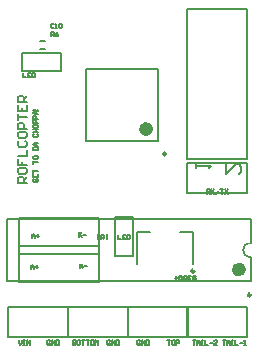
<source format=gbo>
%FSLAX24Y24*%
%MOIN*%
G70*
G01*
G75*
G04 Layer_Color=32896*
%ADD10R,0.0669X0.0433*%
G04:AMPARAMS|DCode=11|XSize=74.8mil|YSize=126mil|CornerRadius=0mil|HoleSize=0mil|Usage=FLASHONLY|Rotation=90.000|XOffset=0mil|YOffset=0mil|HoleType=Round|Shape=Octagon|*
%AMOCTAGOND11*
4,1,8,-0.0630,-0.0187,-0.0630,0.0187,-0.0443,0.0374,0.0443,0.0374,0.0630,0.0187,0.0630,-0.0187,0.0443,-0.0374,-0.0443,-0.0374,-0.0630,-0.0187,0.0*
%
%ADD11OCTAGOND11*%

%ADD12R,0.0551X0.0236*%
%ADD13R,0.0709X0.0236*%
%ADD14R,0.0433X0.0551*%
%ADD15C,0.0100*%
%ADD16C,0.0150*%
%ADD17C,0.0300*%
%ADD18C,0.0250*%
%ADD19C,0.0200*%
%ADD20R,0.0591X0.0591*%
%ADD21C,0.0591*%
%ADD22C,0.0580*%
%ADD23R,0.0580X0.0580*%
%ADD24R,0.0591X0.0591*%
%ADD25C,0.0500*%
%ADD26C,0.0400*%
%ADD27R,0.0618X0.0906*%
%ADD28R,0.0276X0.0354*%
%ADD29R,0.0354X0.0276*%
%ADD30R,0.0315X0.0315*%
%ADD31O,0.0532X0.0217*%
%ADD32O,0.0217X0.0532*%
%ADD33R,0.0236X0.0551*%
%ADD34R,0.0236X0.0354*%
G04:AMPARAMS|DCode=35|XSize=70.9mil|YSize=141.7mil|CornerRadius=0mil|HoleSize=0mil|Usage=FLASHONLY|Rotation=0.000|XOffset=0mil|YOffset=0mil|HoleType=Round|Shape=Octagon|*
%AMOCTAGOND35*
4,1,8,-0.0177,0.0709,0.0177,0.0709,0.0354,0.0532,0.0354,-0.0532,0.0177,-0.0709,-0.0177,-0.0709,-0.0354,-0.0532,-0.0354,0.0532,-0.0177,0.0709,0.0*
%
%ADD35OCTAGOND35*%

%ADD36R,0.0315X0.0315*%
%ADD37C,0.0098*%
%ADD38C,0.0079*%
%ADD39C,0.0080*%
%ADD40R,0.0749X0.0513*%
G04:AMPARAMS|DCode=41|XSize=82.8mil|YSize=134mil|CornerRadius=0mil|HoleSize=0mil|Usage=FLASHONLY|Rotation=90.000|XOffset=0mil|YOffset=0mil|HoleType=Round|Shape=Octagon|*
%AMOCTAGOND41*
4,1,8,-0.0670,-0.0207,-0.0670,0.0207,-0.0463,0.0414,0.0463,0.0414,0.0670,0.0207,0.0670,-0.0207,0.0463,-0.0414,-0.0463,-0.0414,-0.0670,-0.0207,0.0*
%
%ADD41OCTAGOND41*%

%ADD42R,0.0631X0.0316*%
%ADD43R,0.0789X0.0316*%
%ADD44R,0.0513X0.0631*%
%ADD45R,0.0671X0.0671*%
%ADD46C,0.0671*%
%ADD47C,0.0660*%
%ADD48R,0.0660X0.0660*%
%ADD49R,0.0671X0.0671*%
%ADD50C,0.0480*%
%ADD51R,0.0698X0.0986*%
%ADD52R,0.0356X0.0434*%
%ADD53R,0.0434X0.0356*%
%ADD54R,0.0395X0.0395*%
%ADD55O,0.0612X0.0297*%
%ADD56O,0.0297X0.0612*%
%ADD57R,0.0316X0.0631*%
%ADD58R,0.0316X0.0434*%
G04:AMPARAMS|DCode=59|XSize=78.9mil|YSize=149.7mil|CornerRadius=0mil|HoleSize=0mil|Usage=FLASHONLY|Rotation=0.000|XOffset=0mil|YOffset=0mil|HoleType=Round|Shape=Octagon|*
%AMOCTAGOND59*
4,1,8,-0.0197,0.0749,0.0197,0.0749,0.0394,0.0552,0.0394,-0.0552,0.0197,-0.0749,-0.0197,-0.0749,-0.0394,-0.0552,-0.0394,0.0552,-0.0197,0.0749,0.0*
%
%ADD59OCTAGOND59*%

%ADD60R,0.0395X0.0395*%
%ADD61C,0.0236*%
%ADD62C,0.0050*%
%ADD63C,0.0060*%
D37*
X47556Y35846D02*
G03*
X47556Y35846I-49J0D01*
G01*
X50381Y31140D02*
G03*
X50381Y31140I-49J0D01*
G01*
X48494Y31933D02*
G03*
X48494Y31933I-49J0D01*
G01*
D38*
X50375Y32890D02*
G03*
X50375Y32390I0J-250D01*
G01*
X42660Y31560D02*
Y32492D01*
Y31560D02*
X45310D01*
Y31578D02*
Y32178D01*
X42660Y32760D02*
X45310D01*
X42660Y32492D02*
Y32760D01*
X45310Y32178D02*
Y32760D01*
Y31560D02*
Y31578D01*
X42660Y32520D02*
Y33452D01*
Y32520D02*
X45310D01*
Y32538D02*
Y33138D01*
X42660Y33720D02*
X45310D01*
X42660Y33452D02*
Y33720D01*
X45310Y33138D02*
Y33720D01*
Y32520D02*
Y32538D01*
X46300Y29740D02*
Y30740D01*
X44300D02*
X46300D01*
X44300Y29740D02*
Y30740D01*
Y29740D02*
X46300D01*
X44300D02*
Y30740D01*
X42300D02*
X44300D01*
X42300Y29740D02*
Y30740D01*
Y29740D02*
X44300D01*
X46300D02*
Y30740D01*
Y29740D02*
X48300D01*
Y30740D01*
X46300D02*
X48300D01*
X48260Y29740D02*
Y30740D01*
Y29740D02*
X50260D01*
Y30740D01*
X48260D02*
X50260D01*
X43361Y39618D02*
X43519D01*
X43361Y39342D02*
X43519D01*
X45578Y33001D02*
Y33159D01*
X45302Y33001D02*
Y33159D01*
X45860Y32430D02*
Y33730D01*
Y32430D02*
X46460D01*
Y33730D01*
X45860D02*
X46460D01*
X44879Y36279D02*
Y38681D01*
X47281Y36279D02*
Y38681D01*
X44879D02*
X47281D01*
X44879Y36279D02*
X47281D01*
X42265Y31597D02*
Y33683D01*
X50375Y32890D02*
Y33683D01*
Y31597D02*
Y32390D01*
X42265Y33683D02*
X50375D01*
X42265Y31597D02*
X50375D01*
X48260Y35660D02*
Y40660D01*
X50260Y35660D02*
Y40660D01*
X48260Y35660D02*
X50260D01*
X48260Y40660D02*
X50260D01*
X48445Y32188D02*
Y33252D01*
X48032D02*
X48445D01*
X46595Y32188D02*
Y33252D01*
X47008D01*
X48260Y34540D02*
Y35540D01*
Y34540D02*
X50260D01*
Y35540D01*
X48260D02*
X50260D01*
X42750Y38620D02*
X44050D01*
Y39220D01*
X42750D02*
X44050D01*
X42750Y38620D02*
Y39220D01*
D39*
X48560Y35360D02*
Y35527D01*
Y35443D01*
X49060D01*
X48977Y35360D01*
X49560Y35493D02*
Y35160D01*
X49893Y35493D01*
X49977D01*
X50060Y35410D01*
Y35243D01*
X49977Y35160D01*
X42920Y34880D02*
X42620D01*
Y35030D01*
X42670Y35080D01*
X42770D01*
X42820Y35030D01*
Y34880D01*
Y34980D02*
X42920Y35080D01*
X42620Y35330D02*
Y35230D01*
X42670Y35180D01*
X42870D01*
X42920Y35230D01*
Y35330D01*
X42870Y35380D01*
X42670D01*
X42620Y35330D01*
Y35680D02*
Y35480D01*
X42770D01*
Y35580D01*
Y35480D01*
X42920D01*
X42620Y35780D02*
X42920D01*
Y35980D01*
X42670Y36280D02*
X42620Y36230D01*
Y36130D01*
X42670Y36080D01*
X42870D01*
X42920Y36130D01*
Y36230D01*
X42870Y36280D01*
X42620Y36529D02*
Y36430D01*
X42670Y36380D01*
X42870D01*
X42920Y36430D01*
Y36529D01*
X42870Y36579D01*
X42670D01*
X42620Y36529D01*
X42920Y36679D02*
X42620D01*
Y36829D01*
X42670Y36879D01*
X42770D01*
X42820Y36829D01*
Y36679D01*
X42620Y36979D02*
Y37179D01*
Y37079D01*
X42920D01*
X42620Y37479D02*
Y37279D01*
X42920D01*
Y37479D01*
X42770Y37279D02*
Y37379D01*
X42920Y37579D02*
X42620D01*
Y37729D01*
X42670Y37779D01*
X42770D01*
X42820Y37729D01*
Y37579D01*
Y37679D02*
X42920Y37779D01*
D61*
X47005Y36673D02*
G03*
X47005Y36673I-118J0D01*
G01*
X50100Y31990D02*
G03*
X50100Y31990I-118J0D01*
G01*
D62*
X49440Y29630D02*
X49540D01*
X49490D01*
Y29480D01*
X49590D02*
Y29580D01*
X49640Y29630D01*
X49690Y29580D01*
Y29480D01*
Y29555D01*
X49590D01*
X49740Y29630D02*
X49790D01*
X49765D01*
Y29480D01*
X49740D01*
X49790D01*
X49865Y29630D02*
Y29480D01*
X49965D01*
X50015Y29555D02*
X50115D01*
X50165Y29480D02*
X50215D01*
X50190D01*
Y29630D01*
X50165Y29605D01*
X48440Y29630D02*
X48540D01*
X48490D01*
Y29480D01*
X48590D02*
Y29580D01*
X48640Y29630D01*
X48690Y29580D01*
Y29480D01*
Y29555D01*
X48590D01*
X48740Y29630D02*
X48790D01*
X48765D01*
Y29480D01*
X48740D01*
X48790D01*
X48865Y29630D02*
Y29480D01*
X48965D01*
X49015Y29555D02*
X49115D01*
X49265Y29480D02*
X49165D01*
X49265Y29580D01*
Y29605D01*
X49240Y29630D01*
X49190D01*
X49165Y29605D01*
X47600Y29630D02*
X47700D01*
X47650D01*
Y29480D01*
X47825Y29630D02*
X47775D01*
X47750Y29605D01*
Y29505D01*
X47775Y29480D01*
X47825D01*
X47850Y29505D01*
Y29605D01*
X47825Y29630D01*
X47900Y29480D02*
Y29630D01*
X47975D01*
X48000Y29605D01*
Y29555D01*
X47975Y29530D01*
X47900D01*
X46700Y29605D02*
X46675Y29630D01*
X46625D01*
X46600Y29605D01*
Y29505D01*
X46625Y29480D01*
X46675D01*
X46700Y29505D01*
Y29555D01*
X46650D01*
X46750Y29480D02*
Y29630D01*
X46850Y29480D01*
Y29630D01*
X46900D02*
Y29480D01*
X46975D01*
X47000Y29505D01*
Y29605D01*
X46975Y29630D01*
X46900D01*
X45700Y29605D02*
X45675Y29630D01*
X45625D01*
X45600Y29605D01*
Y29505D01*
X45625Y29480D01*
X45675D01*
X45700Y29505D01*
Y29555D01*
X45650D01*
X45750Y29480D02*
Y29630D01*
X45850Y29480D01*
Y29630D01*
X45900D02*
Y29480D01*
X45975D01*
X46000Y29505D01*
Y29605D01*
X45975Y29630D01*
X45900D01*
X44440D02*
Y29480D01*
X44515D01*
X44540Y29505D01*
Y29530D01*
X44515Y29555D01*
X44440D01*
X44515D01*
X44540Y29580D01*
Y29605D01*
X44515Y29630D01*
X44440D01*
X44665D02*
X44615D01*
X44590Y29605D01*
Y29505D01*
X44615Y29480D01*
X44665D01*
X44690Y29505D01*
Y29605D01*
X44665Y29630D01*
X44740D02*
X44840D01*
X44790D01*
Y29480D01*
X44890Y29630D02*
X44990D01*
X44940D01*
Y29480D01*
X45115Y29630D02*
X45065D01*
X45040Y29605D01*
Y29505D01*
X45065Y29480D01*
X45115D01*
X45140Y29505D01*
Y29605D01*
X45115Y29630D01*
X45190Y29480D02*
Y29630D01*
X45240Y29580D01*
X45290Y29630D01*
Y29480D01*
X43700Y29605D02*
X43675Y29630D01*
X43625D01*
X43600Y29605D01*
Y29505D01*
X43625Y29480D01*
X43675D01*
X43700Y29505D01*
Y29555D01*
X43650D01*
X43750Y29480D02*
Y29630D01*
X43850Y29480D01*
Y29630D01*
X43900D02*
Y29480D01*
X43975D01*
X44000Y29505D01*
Y29605D01*
X43975Y29630D01*
X43900D01*
X42640D02*
Y29530D01*
X42690Y29480D01*
X42740Y29530D01*
Y29630D01*
X42790D02*
X42840D01*
X42815D01*
Y29480D01*
X42790D01*
X42840D01*
X42915D02*
Y29630D01*
X43015Y29480D01*
Y29630D01*
X43040Y32000D02*
Y32100D01*
X43090Y32150D01*
X43140Y32100D01*
Y32000D01*
Y32075D01*
X43040D01*
X43190D02*
X43290D01*
X43240Y32125D02*
Y32025D01*
X43080Y33040D02*
Y33140D01*
X43130Y33190D01*
X43180Y33140D01*
Y33040D01*
Y33115D01*
X43080D01*
X43230D02*
X43330D01*
X43280Y33165D02*
Y33065D01*
X44640Y33230D02*
Y33080D01*
Y33130D01*
X44740Y33230D01*
X44665Y33155D01*
X44740Y33080D01*
X44790Y33155D02*
X44890D01*
X44680Y32190D02*
Y32040D01*
Y32090D01*
X44780Y32190D01*
X44705Y32115D01*
X44780Y32040D01*
X44830Y32115D02*
X44930D01*
X47840Y31715D02*
X47940D01*
X47890Y31765D02*
Y31665D01*
X48090Y31790D02*
X47990D01*
Y31715D01*
X48040Y31740D01*
X48065D01*
X48090Y31715D01*
Y31665D01*
X48065Y31640D01*
X48015D01*
X47990Y31665D01*
X48140Y31640D02*
Y31790D01*
X48215D01*
X48240Y31765D01*
Y31715D01*
X48215Y31690D01*
X48140D01*
X48190D02*
X48240Y31640D01*
X48390Y31790D02*
X48290D01*
Y31640D01*
X48390D01*
X48290Y31715D02*
X48340D01*
X48540Y31765D02*
X48515Y31790D01*
X48465D01*
X48440Y31765D01*
Y31665D01*
X48465Y31640D01*
X48515D01*
X48540Y31665D01*
Y31715D01*
X48490D01*
X45960Y33150D02*
Y33000D01*
X46060D01*
X46210Y33150D02*
X46110D01*
Y33000D01*
X46210D01*
X46110Y33075D02*
X46160D01*
X46260Y33150D02*
Y33000D01*
X46335D01*
X46360Y33025D01*
Y33125D01*
X46335Y33150D01*
X46260D01*
X48920Y34520D02*
Y34670D01*
X48995D01*
X49020Y34645D01*
Y34595D01*
X48995Y34570D01*
X48920D01*
X48970D02*
X49020Y34520D01*
X49070Y34670D02*
X49170Y34520D01*
Y34670D02*
X49070Y34520D01*
X49220D02*
X49320Y34620D01*
X49370Y34670D02*
X49470D01*
X49420D01*
Y34520D01*
X49520Y34670D02*
X49620Y34520D01*
Y34670D02*
X49520Y34520D01*
X43820Y40165D02*
X43795Y40190D01*
X43745D01*
X43720Y40165D01*
Y40065D01*
X43745Y40040D01*
X43795D01*
X43820Y40065D01*
X43870Y40040D02*
X43920D01*
X43895D01*
Y40190D01*
X43870Y40165D01*
X43995D02*
X44020Y40190D01*
X44070D01*
X44095Y40165D01*
Y40065D01*
X44070Y40040D01*
X44020D01*
X43995Y40065D01*
Y40165D01*
X43720Y39760D02*
Y39910D01*
X43795D01*
X43820Y39885D01*
Y39835D01*
X43795Y39810D01*
X43720D01*
X43770D02*
X43820Y39760D01*
X43970Y39910D02*
X43920Y39885D01*
X43870Y39835D01*
Y39785D01*
X43895Y39760D01*
X43945D01*
X43970Y39785D01*
Y39810D01*
X43945Y39835D01*
X43870D01*
X42800Y38550D02*
Y38400D01*
X42900D01*
X43050Y38550D02*
X42950D01*
Y38400D01*
X43050D01*
X42950Y38475D02*
X43000D01*
X43100Y38550D02*
Y38400D01*
X43175D01*
X43200Y38425D01*
Y38525D01*
X43175Y38550D01*
X43100D01*
X45400Y33000D02*
Y33150D01*
X45475D01*
X45500Y33125D01*
Y33075D01*
X45475Y33050D01*
X45400D01*
X45450D02*
X45500Y33000D01*
D63*
X43155Y35020D02*
X43130Y34995D01*
Y34945D01*
X43155Y34920D01*
X43255D01*
X43280Y34945D01*
Y34995D01*
X43255Y35020D01*
X43205D01*
Y34970D01*
X43130Y35170D02*
Y35070D01*
X43280D01*
Y35170D01*
X43205Y35070D02*
Y35120D01*
X43130Y35220D02*
Y35320D01*
Y35270D01*
X43280D01*
X43130Y35520D02*
Y35620D01*
Y35570D01*
X43280D01*
X43130Y35745D02*
Y35695D01*
X43155Y35670D01*
X43255D01*
X43280Y35695D01*
Y35745D01*
X43255Y35770D01*
X43155D01*
X43130Y35745D01*
Y35970D02*
X43280D01*
Y36045D01*
X43255Y36070D01*
X43155D01*
X43130Y36045D01*
Y35970D01*
X43280Y36120D02*
X43180D01*
X43130Y36170D01*
X43180Y36220D01*
X43280D01*
X43205D01*
Y36120D01*
X43155Y36519D02*
X43130Y36495D01*
Y36445D01*
X43155Y36420D01*
X43255D01*
X43280Y36445D01*
Y36495D01*
X43255Y36519D01*
X43130Y36569D02*
X43280D01*
X43205D01*
Y36669D01*
X43130D01*
X43280D01*
X43130Y36794D02*
Y36744D01*
X43155Y36719D01*
X43255D01*
X43280Y36744D01*
Y36794D01*
X43255Y36819D01*
X43155D01*
X43130Y36794D01*
X43280Y36869D02*
X43130D01*
Y36944D01*
X43155Y36969D01*
X43205D01*
X43230Y36944D01*
Y36869D01*
X43280Y37019D02*
X43130D01*
Y37094D01*
X43155Y37119D01*
X43205D01*
X43230Y37094D01*
Y37019D01*
X43280Y37169D02*
X43180D01*
X43130Y37219D01*
X43180Y37269D01*
X43280D01*
X43205D01*
Y37169D01*
X43230Y37319D02*
X43105D01*
X43255D02*
X43280D01*
M02*

</source>
